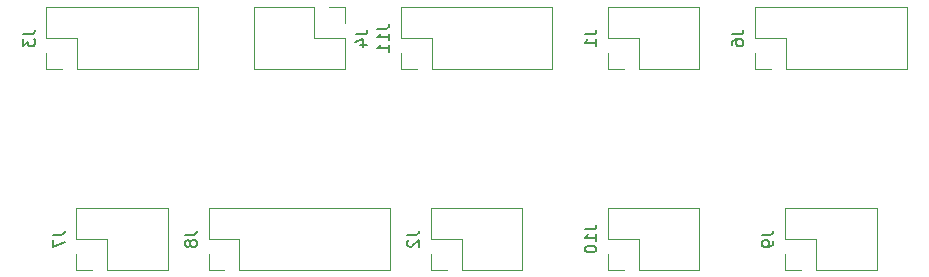
<source format=gbr>
%TF.GenerationSoftware,KiCad,Pcbnew,(6.0.0)*%
%TF.CreationDate,2022-06-06T22:52:27+03:00*%
%TF.ProjectId,link,6c696e6b-2e6b-4696-9361-645f70636258,rev?*%
%TF.SameCoordinates,Original*%
%TF.FileFunction,Legend,Bot*%
%TF.FilePolarity,Positive*%
%FSLAX46Y46*%
G04 Gerber Fmt 4.6, Leading zero omitted, Abs format (unit mm)*
G04 Created by KiCad (PCBNEW (6.0.0)) date 2022-06-06 22:52:27*
%MOMM*%
%LPD*%
G01*
G04 APERTURE LIST*
%ADD10C,0.150000*%
%ADD11C,0.120000*%
G04 APERTURE END LIST*
D10*
%TO.C,J10*%
X157142380Y-72690476D02*
X157856666Y-72690476D01*
X157999523Y-72642857D01*
X158094761Y-72547619D01*
X158142380Y-72404761D01*
X158142380Y-72309523D01*
X158142380Y-73690476D02*
X158142380Y-73119047D01*
X158142380Y-73404761D02*
X157142380Y-73404761D01*
X157285238Y-73309523D01*
X157380476Y-73214285D01*
X157428095Y-73119047D01*
X157142380Y-74309523D02*
X157142380Y-74404761D01*
X157190000Y-74500000D01*
X157237619Y-74547619D01*
X157332857Y-74595238D01*
X157523333Y-74642857D01*
X157761428Y-74642857D01*
X157951904Y-74595238D01*
X158047142Y-74547619D01*
X158094761Y-74500000D01*
X158142380Y-74404761D01*
X158142380Y-74309523D01*
X158094761Y-74214285D01*
X158047142Y-74166666D01*
X157951904Y-74119047D01*
X157761428Y-74071428D01*
X157523333Y-74071428D01*
X157332857Y-74119047D01*
X157237619Y-74166666D01*
X157190000Y-74214285D01*
X157142380Y-74309523D01*
%TO.C,J9*%
X172142380Y-73166666D02*
X172856666Y-73166666D01*
X172999523Y-73119047D01*
X173094761Y-73023809D01*
X173142380Y-72880952D01*
X173142380Y-72785714D01*
X173142380Y-73690476D02*
X173142380Y-73880952D01*
X173094761Y-73976190D01*
X173047142Y-74023809D01*
X172904285Y-74119047D01*
X172713809Y-74166666D01*
X172332857Y-74166666D01*
X172237619Y-74119047D01*
X172190000Y-74071428D01*
X172142380Y-73976190D01*
X172142380Y-73785714D01*
X172190000Y-73690476D01*
X172237619Y-73642857D01*
X172332857Y-73595238D01*
X172570952Y-73595238D01*
X172666190Y-73642857D01*
X172713809Y-73690476D01*
X172761428Y-73785714D01*
X172761428Y-73976190D01*
X172713809Y-74071428D01*
X172666190Y-74119047D01*
X172570952Y-74166666D01*
%TO.C,J2*%
X142142380Y-73166666D02*
X142856666Y-73166666D01*
X142999523Y-73119047D01*
X143094761Y-73023809D01*
X143142380Y-72880952D01*
X143142380Y-72785714D01*
X142237619Y-73595238D02*
X142190000Y-73642857D01*
X142142380Y-73738095D01*
X142142380Y-73976190D01*
X142190000Y-74071428D01*
X142237619Y-74119047D01*
X142332857Y-74166666D01*
X142428095Y-74166666D01*
X142570952Y-74119047D01*
X143142380Y-73547619D01*
X143142380Y-74166666D01*
%TO.C,J11*%
X139602380Y-55690476D02*
X140316666Y-55690476D01*
X140459523Y-55642857D01*
X140554761Y-55547619D01*
X140602380Y-55404761D01*
X140602380Y-55309523D01*
X140602380Y-56690476D02*
X140602380Y-56119047D01*
X140602380Y-56404761D02*
X139602380Y-56404761D01*
X139745238Y-56309523D01*
X139840476Y-56214285D01*
X139888095Y-56119047D01*
X140602380Y-57642857D02*
X140602380Y-57071428D01*
X140602380Y-57357142D02*
X139602380Y-57357142D01*
X139745238Y-57261904D01*
X139840476Y-57166666D01*
X139888095Y-57071428D01*
%TO.C,J7*%
X112142380Y-73166666D02*
X112856666Y-73166666D01*
X112999523Y-73119047D01*
X113094761Y-73023809D01*
X113142380Y-72880952D01*
X113142380Y-72785714D01*
X112142380Y-73547619D02*
X112142380Y-74214285D01*
X113142380Y-73785714D01*
%TO.C,J8*%
X123332380Y-73166666D02*
X124046666Y-73166666D01*
X124189523Y-73119047D01*
X124284761Y-73023809D01*
X124332380Y-72880952D01*
X124332380Y-72785714D01*
X123760952Y-73785714D02*
X123713333Y-73690476D01*
X123665714Y-73642857D01*
X123570476Y-73595238D01*
X123522857Y-73595238D01*
X123427619Y-73642857D01*
X123380000Y-73690476D01*
X123332380Y-73785714D01*
X123332380Y-73976190D01*
X123380000Y-74071428D01*
X123427619Y-74119047D01*
X123522857Y-74166666D01*
X123570476Y-74166666D01*
X123665714Y-74119047D01*
X123713333Y-74071428D01*
X123760952Y-73976190D01*
X123760952Y-73785714D01*
X123808571Y-73690476D01*
X123856190Y-73642857D01*
X123951428Y-73595238D01*
X124141904Y-73595238D01*
X124237142Y-73642857D01*
X124284761Y-73690476D01*
X124332380Y-73785714D01*
X124332380Y-73976190D01*
X124284761Y-74071428D01*
X124237142Y-74119047D01*
X124141904Y-74166666D01*
X123951428Y-74166666D01*
X123856190Y-74119047D01*
X123808571Y-74071428D01*
X123760952Y-73976190D01*
%TO.C,J1*%
X157142380Y-56166666D02*
X157856666Y-56166666D01*
X157999523Y-56119047D01*
X158094761Y-56023809D01*
X158142380Y-55880952D01*
X158142380Y-55785714D01*
X158142380Y-57166666D02*
X158142380Y-56595238D01*
X158142380Y-56880952D02*
X157142380Y-56880952D01*
X157285238Y-56785714D01*
X157380476Y-56690476D01*
X157428095Y-56595238D01*
%TO.C,J6*%
X169602380Y-56166666D02*
X170316666Y-56166666D01*
X170459523Y-56119047D01*
X170554761Y-56023809D01*
X170602380Y-55880952D01*
X170602380Y-55785714D01*
X169602380Y-57071428D02*
X169602380Y-56880952D01*
X169650000Y-56785714D01*
X169697619Y-56738095D01*
X169840476Y-56642857D01*
X170030952Y-56595238D01*
X170411904Y-56595238D01*
X170507142Y-56642857D01*
X170554761Y-56690476D01*
X170602380Y-56785714D01*
X170602380Y-56976190D01*
X170554761Y-57071428D01*
X170507142Y-57119047D01*
X170411904Y-57166666D01*
X170173809Y-57166666D01*
X170078571Y-57119047D01*
X170030952Y-57071428D01*
X169983333Y-56976190D01*
X169983333Y-56785714D01*
X170030952Y-56690476D01*
X170078571Y-56642857D01*
X170173809Y-56595238D01*
%TO.C,J4*%
X137762380Y-56166666D02*
X138476666Y-56166666D01*
X138619523Y-56119047D01*
X138714761Y-56023809D01*
X138762380Y-55880952D01*
X138762380Y-55785714D01*
X138095714Y-57071428D02*
X138762380Y-57071428D01*
X137714761Y-56833333D02*
X138429047Y-56595238D01*
X138429047Y-57214285D01*
%TO.C,J3*%
X109602380Y-56166666D02*
X110316666Y-56166666D01*
X110459523Y-56119047D01*
X110554761Y-56023809D01*
X110602380Y-55880952D01*
X110602380Y-55785714D01*
X109602380Y-56547619D02*
X109602380Y-57166666D01*
X109983333Y-56833333D01*
X109983333Y-56976190D01*
X110030952Y-57071428D01*
X110078571Y-57119047D01*
X110173809Y-57166666D01*
X110411904Y-57166666D01*
X110507142Y-57119047D01*
X110554761Y-57071428D01*
X110602380Y-56976190D01*
X110602380Y-56690476D01*
X110554761Y-56595238D01*
X110507142Y-56547619D01*
D11*
%TO.C,J10*%
X159130000Y-70900000D02*
X166870000Y-70900000D01*
X166870000Y-70900000D02*
X166870000Y-76100000D01*
X161730000Y-73500000D02*
X161730000Y-76100000D01*
X159130000Y-73500000D02*
X161730000Y-73500000D01*
X159130000Y-76100000D02*
X160460000Y-76100000D01*
X159130000Y-74770000D02*
X159130000Y-76100000D01*
X159130000Y-70900000D02*
X159130000Y-73500000D01*
X161730000Y-76100000D02*
X166870000Y-76100000D01*
%TO.C,J9*%
X174130000Y-70900000D02*
X181870000Y-70900000D01*
X174130000Y-70900000D02*
X174130000Y-73500000D01*
X181870000Y-70900000D02*
X181870000Y-76100000D01*
X174130000Y-74770000D02*
X174130000Y-76100000D01*
X176730000Y-76100000D02*
X181870000Y-76100000D01*
X176730000Y-73500000D02*
X176730000Y-76100000D01*
X174130000Y-76100000D02*
X175460000Y-76100000D01*
X174130000Y-73500000D02*
X176730000Y-73500000D01*
%TO.C,J2*%
X144130000Y-70900000D02*
X151870000Y-70900000D01*
X144130000Y-70900000D02*
X144130000Y-73500000D01*
X151870000Y-70900000D02*
X151870000Y-76100000D01*
X144130000Y-73500000D02*
X146730000Y-73500000D01*
X144130000Y-74770000D02*
X144130000Y-76100000D01*
X146730000Y-76100000D02*
X151870000Y-76100000D01*
X144130000Y-76100000D02*
X145460000Y-76100000D01*
X146730000Y-73500000D02*
X146730000Y-76100000D01*
%TO.C,J11*%
X141590000Y-53900000D02*
X154410000Y-53900000D01*
X154410000Y-53900000D02*
X154410000Y-59100000D01*
X144190000Y-59100000D02*
X154410000Y-59100000D01*
X144190000Y-56500000D02*
X144190000Y-59100000D01*
X141590000Y-53900000D02*
X141590000Y-56500000D01*
X141590000Y-59100000D02*
X142920000Y-59100000D01*
X141590000Y-57770000D02*
X141590000Y-59100000D01*
X141590000Y-56500000D02*
X144190000Y-56500000D01*
%TO.C,J7*%
X114130000Y-76100000D02*
X115460000Y-76100000D01*
X116730000Y-76100000D02*
X121870000Y-76100000D01*
X114130000Y-70900000D02*
X121870000Y-70900000D01*
X121870000Y-70900000D02*
X121870000Y-76100000D01*
X114130000Y-74770000D02*
X114130000Y-76100000D01*
X114130000Y-70900000D02*
X114130000Y-73500000D01*
X116730000Y-73500000D02*
X116730000Y-76100000D01*
X114130000Y-73500000D02*
X116730000Y-73500000D01*
%TO.C,J8*%
X125320000Y-70900000D02*
X140680000Y-70900000D01*
X127920000Y-73500000D02*
X127920000Y-76100000D01*
X125320000Y-76100000D02*
X126650000Y-76100000D01*
X125320000Y-74770000D02*
X125320000Y-76100000D01*
X140680000Y-70900000D02*
X140680000Y-76100000D01*
X127920000Y-76100000D02*
X140680000Y-76100000D01*
X125320000Y-70900000D02*
X125320000Y-73500000D01*
X125320000Y-73500000D02*
X127920000Y-73500000D01*
%TO.C,J1*%
X159130000Y-53900000D02*
X159130000Y-56500000D01*
X159130000Y-57770000D02*
X159130000Y-59100000D01*
X166870000Y-53900000D02*
X166870000Y-59100000D01*
X159130000Y-59100000D02*
X160460000Y-59100000D01*
X159130000Y-53900000D02*
X166870000Y-53900000D01*
X159130000Y-56500000D02*
X161730000Y-56500000D01*
X161730000Y-56500000D02*
X161730000Y-59100000D01*
X161730000Y-59100000D02*
X166870000Y-59100000D01*
%TO.C,J6*%
X174190000Y-56500000D02*
X174190000Y-59100000D01*
X171590000Y-53900000D02*
X184410000Y-53900000D01*
X171590000Y-57770000D02*
X171590000Y-59100000D01*
X171590000Y-59100000D02*
X172920000Y-59100000D01*
X174190000Y-59100000D02*
X184410000Y-59100000D01*
X171590000Y-56500000D02*
X174190000Y-56500000D01*
X171590000Y-53900000D02*
X171590000Y-56500000D01*
X184410000Y-53900000D02*
X184410000Y-59100000D01*
%TO.C,J4*%
X136870000Y-59100000D02*
X136870000Y-56500000D01*
X136870000Y-56500000D02*
X134270000Y-56500000D01*
X134270000Y-53900000D02*
X129130000Y-53900000D01*
X134270000Y-56500000D02*
X134270000Y-53900000D01*
X136870000Y-59100000D02*
X129130000Y-59100000D01*
X136870000Y-53900000D02*
X135540000Y-53900000D01*
X129130000Y-59100000D02*
X129130000Y-53900000D01*
X136870000Y-55230000D02*
X136870000Y-53900000D01*
%TO.C,J3*%
X124410000Y-53900000D02*
X124410000Y-59100000D01*
X111590000Y-53900000D02*
X124410000Y-53900000D01*
X114190000Y-56500000D02*
X114190000Y-59100000D01*
X111590000Y-57770000D02*
X111590000Y-59100000D01*
X111590000Y-59100000D02*
X112920000Y-59100000D01*
X111590000Y-53900000D02*
X111590000Y-56500000D01*
X114190000Y-59100000D02*
X124410000Y-59100000D01*
X111590000Y-56500000D02*
X114190000Y-56500000D01*
%TD*%
M02*

</source>
